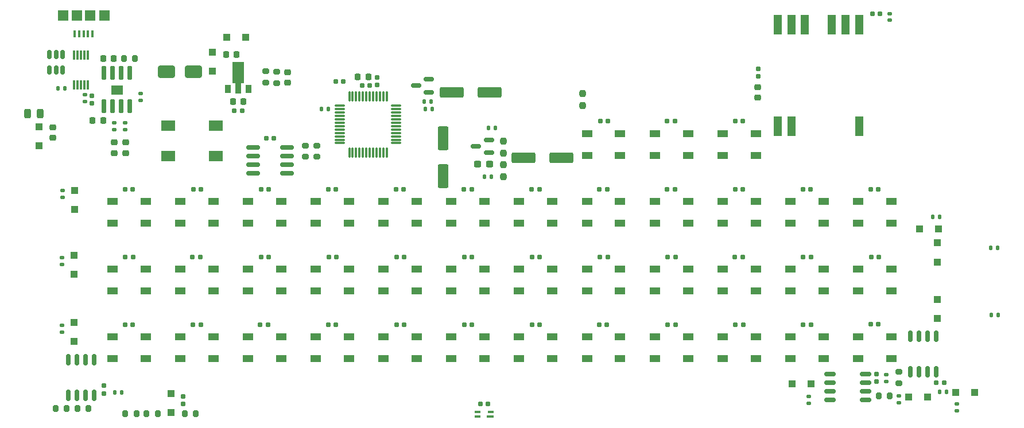
<source format=gtp>
G04 #@! TF.GenerationSoftware,KiCad,Pcbnew,7.0.1-3b83917a11~172~ubuntu22.04.1*
G04 #@! TF.CreationDate,2023-04-06T23:02:39-06:00*
G04 #@! TF.ProjectId,controller,636f6e74-726f-46c6-9c65-722e6b696361,rev?*
G04 #@! TF.SameCoordinates,Original*
G04 #@! TF.FileFunction,Paste,Top*
G04 #@! TF.FilePolarity,Positive*
%FSLAX46Y46*%
G04 Gerber Fmt 4.6, Leading zero omitted, Abs format (unit mm)*
G04 Created by KiCad (PCBNEW 7.0.1-3b83917a11~172~ubuntu22.04.1) date 2023-04-06 23:02:39*
%MOMM*%
%LPD*%
G01*
G04 APERTURE LIST*
G04 Aperture macros list*
%AMRoundRect*
0 Rectangle with rounded corners*
0 $1 Rounding radius*
0 $2 $3 $4 $5 $6 $7 $8 $9 X,Y pos of 4 corners*
0 Add a 4 corners polygon primitive as box body*
4,1,4,$2,$3,$4,$5,$6,$7,$8,$9,$2,$3,0*
0 Add four circle primitives for the rounded corners*
1,1,$1+$1,$2,$3*
1,1,$1+$1,$4,$5*
1,1,$1+$1,$6,$7*
1,1,$1+$1,$8,$9*
0 Add four rect primitives between the rounded corners*
20,1,$1+$1,$2,$3,$4,$5,0*
20,1,$1+$1,$4,$5,$6,$7,0*
20,1,$1+$1,$6,$7,$8,$9,0*
20,1,$1+$1,$8,$9,$2,$3,0*%
%AMFreePoly0*
4,1,9,3.862500,-0.866500,0.737500,-0.866500,0.737500,-0.450000,-0.737500,-0.450000,-0.737500,0.450000,0.737500,0.450000,0.737500,0.866500,3.862500,0.866500,3.862500,-0.866500,3.862500,-0.866500,$1*%
G04 Aperture macros list end*
%ADD10C,0.010000*%
%ADD11R,0.900000X0.350000*%
%ADD12R,1.000000X0.350000*%
%ADD13RoundRect,0.155000X-0.155000X0.212500X-0.155000X-0.212500X0.155000X-0.212500X0.155000X0.212500X0*%
%ADD14RoundRect,0.155000X0.155000X-0.212500X0.155000X0.212500X-0.155000X0.212500X-0.155000X-0.212500X0*%
%ADD15RoundRect,0.155000X-0.212500X-0.155000X0.212500X-0.155000X0.212500X0.155000X-0.212500X0.155000X0*%
%ADD16RoundRect,0.225000X0.225000X0.250000X-0.225000X0.250000X-0.225000X-0.250000X0.225000X-0.250000X0*%
%ADD17RoundRect,0.225000X-0.225000X-0.250000X0.225000X-0.250000X0.225000X0.250000X-0.225000X0.250000X0*%
%ADD18RoundRect,0.225000X0.250000X-0.225000X0.250000X0.225000X-0.250000X0.225000X-0.250000X-0.225000X0*%
%ADD19RoundRect,0.225000X-0.250000X0.225000X-0.250000X-0.225000X0.250000X-0.225000X0.250000X0.225000X0*%
%ADD20RoundRect,0.250000X0.300000X-0.300000X0.300000X0.300000X-0.300000X0.300000X-0.300000X-0.300000X0*%
%ADD21RoundRect,0.250000X0.300000X0.300000X-0.300000X0.300000X-0.300000X-0.300000X0.300000X-0.300000X0*%
%ADD22R,1.500000X1.000000*%
%ADD23RoundRect,0.250000X-0.300000X0.300000X-0.300000X-0.300000X0.300000X-0.300000X0.300000X0.300000X0*%
%ADD24RoundRect,0.218750X-0.256250X0.218750X-0.256250X-0.218750X0.256250X-0.218750X0.256250X0.218750X0*%
%ADD25RoundRect,0.150000X-0.150000X0.512500X-0.150000X-0.512500X0.150000X-0.512500X0.150000X0.512500X0*%
%ADD26RoundRect,0.147500X-0.172500X0.147500X-0.172500X-0.147500X0.172500X-0.147500X0.172500X0.147500X0*%
%ADD27RoundRect,0.200000X-0.200000X-0.275000X0.200000X-0.275000X0.200000X0.275000X-0.200000X0.275000X0*%
%ADD28RoundRect,0.135000X-0.185000X0.135000X-0.185000X-0.135000X0.185000X-0.135000X0.185000X0.135000X0*%
%ADD29RoundRect,0.135000X0.135000X0.185000X-0.135000X0.185000X-0.135000X-0.185000X0.135000X-0.185000X0*%
%ADD30RoundRect,0.200000X0.275000X-0.200000X0.275000X0.200000X-0.275000X0.200000X-0.275000X-0.200000X0*%
%ADD31RoundRect,0.200000X0.200000X0.275000X-0.200000X0.275000X-0.200000X-0.275000X0.200000X-0.275000X0*%
%ADD32RoundRect,0.135000X0.185000X-0.135000X0.185000X0.135000X-0.185000X0.135000X-0.185000X-0.135000X0*%
%ADD33R,2.000000X1.500000*%
%ADD34RoundRect,0.243750X0.243750X0.456250X-0.243750X0.456250X-0.243750X-0.456250X0.243750X-0.456250X0*%
%ADD35RoundRect,0.150000X-0.150000X0.675000X-0.150000X-0.675000X0.150000X-0.675000X0.150000X0.675000X0*%
%ADD36RoundRect,0.150000X-0.675000X-0.150000X0.675000X-0.150000X0.675000X0.150000X-0.675000X0.150000X0*%
%ADD37R,0.900000X1.300000*%
%ADD38FreePoly0,90.000000*%
%ADD39R,1.198880X2.999740*%
%ADD40RoundRect,0.250000X1.500000X0.550000X-1.500000X0.550000X-1.500000X-0.550000X1.500000X-0.550000X0*%
%ADD41RoundRect,0.250000X-0.550000X1.500000X-0.550000X-1.500000X0.550000X-1.500000X0.550000X1.500000X0*%
%ADD42RoundRect,0.155000X0.212500X0.155000X-0.212500X0.155000X-0.212500X-0.155000X0.212500X-0.155000X0*%
%ADD43RoundRect,0.237500X0.300000X0.237500X-0.300000X0.237500X-0.300000X-0.237500X0.300000X-0.237500X0*%
%ADD44RoundRect,0.150000X-0.825000X-0.150000X0.825000X-0.150000X0.825000X0.150000X-0.825000X0.150000X0*%
%ADD45R,0.320000X1.080000*%
%ADD46R,1.500000X1.550000*%
%ADD47RoundRect,0.135000X-0.135000X-0.185000X0.135000X-0.185000X0.135000X0.185000X-0.135000X0.185000X0*%
%ADD48RoundRect,0.075000X-0.075000X0.662500X-0.075000X-0.662500X0.075000X-0.662500X0.075000X0.662500X0*%
%ADD49RoundRect,0.075000X-0.662500X0.075000X-0.662500X-0.075000X0.662500X-0.075000X0.662500X0.075000X0*%
%ADD50RoundRect,0.237500X-0.237500X0.250000X-0.237500X-0.250000X0.237500X-0.250000X0.237500X0.250000X0*%
%ADD51RoundRect,0.200000X-0.275000X0.200000X-0.275000X-0.200000X0.275000X-0.200000X0.275000X0.200000X0*%
%ADD52RoundRect,0.042000X-0.258000X0.943000X-0.258000X-0.943000X0.258000X-0.943000X0.258000X0.943000X0*%
%ADD53R,0.300000X1.400000*%
%ADD54RoundRect,0.150000X0.587500X0.150000X-0.587500X0.150000X-0.587500X-0.150000X0.587500X-0.150000X0*%
%ADD55RoundRect,0.250000X-1.000000X-0.650000X1.000000X-0.650000X1.000000X0.650000X-1.000000X0.650000X0*%
%ADD56RoundRect,0.250000X-0.300000X-0.300000X0.300000X-0.300000X0.300000X0.300000X-0.300000X0.300000X0*%
G04 APERTURE END LIST*
G04 #@! TO.C,U7*
D10*
X49025000Y-102570000D02*
X47385000Y-102570000D01*
X47385000Y-101280000D01*
X49025000Y-101280000D01*
X49025000Y-102570000D01*
G36*
X49025000Y-102570000D02*
G01*
X47385000Y-102570000D01*
X47385000Y-101280000D01*
X49025000Y-101280000D01*
X49025000Y-102570000D01*
G37*
G04 #@! TD*
D11*
G04 #@! TO.C,U9*
X101428500Y-150178360D03*
D12*
X103278500Y-150178360D03*
D11*
X101428500Y-149478360D03*
X103328500Y-149478360D03*
G04 #@! TD*
D13*
G04 #@! TO.C,C1*
X44500000Y-102800000D03*
X44500000Y-103935000D03*
G04 #@! TD*
D14*
G04 #@! TO.C,C3*
X46300000Y-146767500D03*
X46300000Y-145632500D03*
G04 #@! TD*
D15*
G04 #@! TO.C,C5*
X169100000Y-145200000D03*
X170235000Y-145200000D03*
G04 #@! TD*
D13*
G04 #@! TO.C,C6*
X160300000Y-143865000D03*
X160300000Y-145000000D03*
G04 #@! TD*
D15*
G04 #@! TO.C,C7*
X70225000Y-109095000D03*
X71360000Y-109095000D03*
G04 #@! TD*
D16*
G04 #@! TO.C,C9*
X85300000Y-100000000D03*
X83750000Y-100000000D03*
G04 #@! TD*
D17*
G04 #@! TO.C,C11*
X64300000Y-96700000D03*
X65850000Y-96700000D03*
G04 #@! TD*
D18*
G04 #@! TO.C,C12*
X38800000Y-109000000D03*
X38800000Y-107450000D03*
G04 #@! TD*
D19*
G04 #@! TO.C,C13*
X73400000Y-99350000D03*
X73400000Y-100900000D03*
G04 #@! TD*
D17*
G04 #@! TO.C,C14*
X65350000Y-103700000D03*
X66900000Y-103700000D03*
G04 #@! TD*
D14*
G04 #@! TO.C,C15*
X142800000Y-99967500D03*
X142800000Y-98832500D03*
G04 #@! TD*
D18*
G04 #@! TO.C,C16*
X142700000Y-103075000D03*
X142700000Y-101525000D03*
G04 #@! TD*
D16*
G04 #@! TO.C,C17*
X47775000Y-97300000D03*
X46225000Y-97300000D03*
G04 #@! TD*
D17*
G04 #@! TO.C,C18*
X44650000Y-106500000D03*
X46200000Y-106500000D03*
G04 #@! TD*
D15*
G04 #@! TO.C,C19*
X159632500Y-90700000D03*
X160767500Y-90700000D03*
G04 #@! TD*
D20*
G04 #@! TO.C,D1*
X42000000Y-119600000D03*
X42000000Y-116800000D03*
G04 #@! TD*
G04 #@! TO.C,D2*
X56200000Y-149600000D03*
X56200000Y-146800000D03*
G04 #@! TD*
D21*
G04 #@! TO.C,D4*
X169400000Y-122500000D03*
X166600000Y-122500000D03*
G04 #@! TD*
D22*
G04 #@! TO.C,D5*
X52450000Y-121600000D03*
X52450000Y-118400000D03*
X47550000Y-118400000D03*
X47550000Y-121600000D03*
G04 #@! TD*
G04 #@! TO.C,D6*
X157550000Y-128400000D03*
X157550000Y-131600000D03*
X162450000Y-131600000D03*
X162450000Y-128400000D03*
G04 #@! TD*
G04 #@! TO.C,D7*
X52450000Y-141600000D03*
X52450000Y-138400000D03*
X47550000Y-138400000D03*
X47550000Y-141600000D03*
G04 #@! TD*
G04 #@! TO.C,D10*
X62450000Y-141600000D03*
X62450000Y-138400000D03*
X57550000Y-138400000D03*
X57550000Y-141600000D03*
G04 #@! TD*
G04 #@! TO.C,D11*
X72450000Y-121600000D03*
X72450000Y-118400000D03*
X67550000Y-118400000D03*
X67550000Y-121600000D03*
G04 #@! TD*
G04 #@! TO.C,D13*
X72450000Y-141600000D03*
X72450000Y-138400000D03*
X67550000Y-138400000D03*
X67550000Y-141600000D03*
G04 #@! TD*
G04 #@! TO.C,D17*
X92450000Y-121600000D03*
X92450000Y-118400000D03*
X87550000Y-118400000D03*
X87550000Y-121600000D03*
G04 #@! TD*
G04 #@! TO.C,D19*
X92450000Y-141600000D03*
X92450000Y-138400000D03*
X87550000Y-138400000D03*
X87550000Y-141600000D03*
G04 #@! TD*
G04 #@! TO.C,D20*
X102450000Y-121600000D03*
X102450000Y-118400000D03*
X97550000Y-118400000D03*
X97550000Y-121600000D03*
G04 #@! TD*
G04 #@! TO.C,D22*
X102450000Y-141600000D03*
X102450000Y-138400000D03*
X97550000Y-138400000D03*
X97550000Y-141600000D03*
G04 #@! TD*
G04 #@! TO.C,D23*
X112450000Y-121600000D03*
X112450000Y-118400000D03*
X107550000Y-118400000D03*
X107550000Y-121600000D03*
G04 #@! TD*
G04 #@! TO.C,D24*
X97550000Y-128400000D03*
X97550000Y-131600000D03*
X102450000Y-131600000D03*
X102450000Y-128400000D03*
G04 #@! TD*
G04 #@! TO.C,D25*
X112450000Y-141600000D03*
X112450000Y-138400000D03*
X107550000Y-138400000D03*
X107550000Y-141600000D03*
G04 #@! TD*
D23*
G04 #@! TO.C,D26*
X36700000Y-107400000D03*
X36700000Y-110200000D03*
G04 #@! TD*
D22*
G04 #@! TO.C,D27*
X122450000Y-121600000D03*
X122450000Y-118400000D03*
X117550000Y-118400000D03*
X117550000Y-121600000D03*
G04 #@! TD*
G04 #@! TO.C,D28*
X87550000Y-128400000D03*
X87550000Y-131600000D03*
X92450000Y-131600000D03*
X92450000Y-128400000D03*
G04 #@! TD*
G04 #@! TO.C,D29*
X122450000Y-141600000D03*
X122450000Y-138400000D03*
X117550000Y-138400000D03*
X117550000Y-141600000D03*
G04 #@! TD*
D23*
G04 #@! TO.C,D30*
X62300000Y-96400000D03*
X62300000Y-99200000D03*
G04 #@! TD*
D21*
G04 #@! TO.C,D31*
X67200000Y-94200000D03*
X64400000Y-94200000D03*
G04 #@! TD*
D22*
G04 #@! TO.C,D32*
X132450000Y-121600000D03*
X132450000Y-118400000D03*
X127550000Y-118400000D03*
X127550000Y-121600000D03*
G04 #@! TD*
G04 #@! TO.C,D33*
X77550000Y-128400000D03*
X77550000Y-131600000D03*
X82450000Y-131600000D03*
X82450000Y-128400000D03*
G04 #@! TD*
G04 #@! TO.C,D34*
X132450000Y-141600000D03*
X132450000Y-138400000D03*
X127550000Y-138400000D03*
X127550000Y-141600000D03*
G04 #@! TD*
D24*
G04 #@! TO.C,D35*
X47800000Y-109700000D03*
X47800000Y-111275000D03*
G04 #@! TD*
D22*
G04 #@! TO.C,D36*
X142450000Y-121600000D03*
X142450000Y-118400000D03*
X137550000Y-118400000D03*
X137550000Y-121600000D03*
G04 #@! TD*
G04 #@! TO.C,D38*
X142450000Y-141600000D03*
X142450000Y-138400000D03*
X137550000Y-138400000D03*
X137550000Y-141600000D03*
G04 #@! TD*
D24*
G04 #@! TO.C,D39*
X49500000Y-109712500D03*
X49500000Y-111287500D03*
G04 #@! TD*
D22*
G04 #@! TO.C,D40*
X152450000Y-121600000D03*
X152450000Y-118400000D03*
X147550000Y-118400000D03*
X147550000Y-121600000D03*
G04 #@! TD*
G04 #@! TO.C,D41*
X57550000Y-128400000D03*
X57550000Y-131600000D03*
X62450000Y-131600000D03*
X62450000Y-128400000D03*
G04 #@! TD*
G04 #@! TO.C,D42*
X152450000Y-141600000D03*
X152450000Y-138400000D03*
X147550000Y-138400000D03*
X147550000Y-141600000D03*
G04 #@! TD*
G04 #@! TO.C,D43*
X162450000Y-121600000D03*
X162450000Y-118400000D03*
X157550000Y-118400000D03*
X157550000Y-121600000D03*
G04 #@! TD*
G04 #@! TO.C,D44*
X47550000Y-128400000D03*
X47550000Y-131600000D03*
X52450000Y-131600000D03*
X52450000Y-128400000D03*
G04 #@! TD*
G04 #@! TO.C,D45*
X162450000Y-141600000D03*
X162450000Y-138400000D03*
X157550000Y-138400000D03*
X157550000Y-141600000D03*
G04 #@! TD*
D25*
G04 #@! TO.C,D46*
X40200000Y-96762500D03*
X39250000Y-96762500D03*
X38300000Y-96762500D03*
X38300000Y-99037500D03*
X39250000Y-99037500D03*
X40200000Y-99037500D03*
G04 #@! TD*
D26*
G04 #@! TO.C,L1*
X162200000Y-90715000D03*
X162200000Y-91685000D03*
G04 #@! TD*
D27*
G04 #@! TO.C,R1*
X42400000Y-149000000D03*
X44050000Y-149000000D03*
G04 #@! TD*
D28*
G04 #@! TO.C,R3*
X40200000Y-116790000D03*
X40200000Y-117810000D03*
G04 #@! TD*
G04 #@! TO.C,R4*
X40100000Y-126700000D03*
X40100000Y-127720000D03*
G04 #@! TD*
G04 #@! TO.C,R5*
X40100000Y-136680000D03*
X40100000Y-137700000D03*
G04 #@! TD*
D29*
G04 #@! TO.C,R6*
X48910000Y-146600000D03*
X47890000Y-146600000D03*
G04 #@! TD*
D30*
G04 #@! TO.C,R7*
X163600000Y-145225000D03*
X163600000Y-143575000D03*
G04 #@! TD*
D27*
G04 #@! TO.C,R8*
X52575000Y-149700000D03*
X54225000Y-149700000D03*
G04 #@! TD*
D31*
G04 #@! TO.C,R9*
X51125000Y-149700000D03*
X49475000Y-149700000D03*
G04 #@! TD*
D29*
G04 #@! TO.C,R10*
X170610000Y-146500000D03*
X169590000Y-146500000D03*
G04 #@! TD*
G04 #@! TO.C,R12*
X94710000Y-104800000D03*
X93690000Y-104800000D03*
G04 #@! TD*
D28*
G04 #@! TO.C,R13*
X161700000Y-143990000D03*
X161700000Y-145010000D03*
G04 #@! TD*
D30*
G04 #@! TO.C,R14*
X70200000Y-100850000D03*
X70200000Y-99200000D03*
G04 #@! TD*
D28*
G04 #@! TO.C,R19*
X163600000Y-147100000D03*
X163600000Y-148120000D03*
G04 #@! TD*
G04 #@! TO.C,R20*
X150300000Y-147190000D03*
X150300000Y-148210000D03*
G04 #@! TD*
D27*
G04 #@! TO.C,R25*
X160600000Y-147100000D03*
X162250000Y-147100000D03*
G04 #@! TD*
D32*
G04 #@! TO.C,R31*
X47800000Y-107810000D03*
X47800000Y-106790000D03*
G04 #@! TD*
G04 #@! TO.C,R32*
X49400000Y-107835000D03*
X49400000Y-106815000D03*
G04 #@! TD*
D27*
G04 #@! TO.C,R33*
X49250000Y-97300000D03*
X50900000Y-97300000D03*
G04 #@! TD*
D33*
G04 #@! TO.C,SW10*
X55800000Y-107250000D03*
X62800000Y-107250000D03*
X55800000Y-111750000D03*
X62800000Y-111750000D03*
G04 #@! TD*
D34*
G04 #@! TO.C,TH1*
X36937500Y-105500000D03*
X35062500Y-105500000D03*
G04 #@! TD*
D35*
G04 #@! TO.C,U1*
X44900000Y-141750000D03*
X43630000Y-141750000D03*
X42360000Y-141750000D03*
X41090000Y-141750000D03*
X41090000Y-147000000D03*
X42360000Y-147000000D03*
X43630000Y-147000000D03*
X44900000Y-147000000D03*
G04 #@! TD*
G04 #@! TO.C,U3*
X169105000Y-138275000D03*
X167835000Y-138275000D03*
X166565000Y-138275000D03*
X165295000Y-138275000D03*
X165295000Y-143525000D03*
X166565000Y-143525000D03*
X167835000Y-143525000D03*
X169105000Y-143525000D03*
G04 #@! TD*
D36*
G04 #@! TO.C,U4*
X153400000Y-143895000D03*
X153400000Y-145165000D03*
X153400000Y-146435000D03*
X153400000Y-147705000D03*
X158650000Y-147705000D03*
X158650000Y-146435000D03*
X158650000Y-145165000D03*
X158650000Y-143895000D03*
G04 #@! TD*
D37*
G04 #@! TO.C,U5*
X64600000Y-101787500D03*
D38*
X66100000Y-101700000D03*
D37*
X67600000Y-101787500D03*
G04 #@! TD*
D39*
G04 #@! TO.C,U6*
X157699480Y-92301920D03*
X155697960Y-92301920D03*
X153698980Y-92301920D03*
X149701020Y-92301920D03*
X147702040Y-92301920D03*
X145700520Y-92301920D03*
X145700520Y-107298080D03*
X147702040Y-107298080D03*
X157699480Y-107298080D03*
G04 #@! TD*
D22*
G04 #@! TO.C,D47*
X142450000Y-111600000D03*
X142450000Y-108400000D03*
X137550000Y-108400000D03*
X137550000Y-111600000D03*
G04 #@! TD*
G04 #@! TO.C,D48*
X132450000Y-111600000D03*
X132450000Y-108400000D03*
X127550000Y-108400000D03*
X127550000Y-111600000D03*
G04 #@! TD*
G04 #@! TO.C,D49*
X122450000Y-111600000D03*
X122450000Y-108400000D03*
X117550000Y-108400000D03*
X117550000Y-111600000D03*
G04 #@! TD*
G04 #@! TO.C,D8*
X62450000Y-121600000D03*
X62450000Y-118400000D03*
X57550000Y-118400000D03*
X57550000Y-121600000D03*
G04 #@! TD*
G04 #@! TO.C,D14*
X82450000Y-121600000D03*
X82450000Y-118400000D03*
X77550000Y-118400000D03*
X77550000Y-121600000D03*
G04 #@! TD*
G04 #@! TO.C,D16*
X82450000Y-141600000D03*
X82450000Y-138400000D03*
X77550000Y-138400000D03*
X77550000Y-141600000D03*
G04 #@! TD*
G04 #@! TO.C,D37*
X67550000Y-128400000D03*
X67550000Y-131600000D03*
X72450000Y-131600000D03*
X72450000Y-128400000D03*
G04 #@! TD*
G04 #@! TO.C,D12*
X137550000Y-128400000D03*
X137550000Y-131600000D03*
X142450000Y-131600000D03*
X142450000Y-128400000D03*
G04 #@! TD*
G04 #@! TO.C,D21*
X107550000Y-128400000D03*
X107550000Y-131600000D03*
X112450000Y-131600000D03*
X112450000Y-128400000D03*
G04 #@! TD*
G04 #@! TO.C,D18*
X117550000Y-128400000D03*
X117550000Y-131600000D03*
X122450000Y-131600000D03*
X122450000Y-128400000D03*
G04 #@! TD*
G04 #@! TO.C,D9*
X147550000Y-128400000D03*
X147550000Y-131600000D03*
X152450000Y-131600000D03*
X152450000Y-128400000D03*
G04 #@! TD*
G04 #@! TO.C,D15*
X127550000Y-128400000D03*
X127550000Y-131600000D03*
X132450000Y-131600000D03*
X132450000Y-128400000D03*
G04 #@! TD*
D40*
G04 #@! TO.C,C21*
X113800000Y-112000000D03*
X108200000Y-112000000D03*
G04 #@! TD*
D41*
G04 #@! TO.C,C22*
X96337500Y-109100000D03*
X96337500Y-114700000D03*
G04 #@! TD*
D42*
G04 #@! TO.C,C23*
X85500000Y-101300000D03*
X84365000Y-101300000D03*
G04 #@! TD*
D43*
G04 #@! TO.C,C24*
X103162500Y-112900000D03*
X101437500Y-112900000D03*
G04 #@! TD*
D44*
G04 #@! TO.C,U2*
X68350000Y-110490000D03*
X68350000Y-111760000D03*
X68350000Y-113030000D03*
X68350000Y-114300000D03*
X73300000Y-114300000D03*
X73300000Y-113030000D03*
X73300000Y-111760000D03*
X73300000Y-110490000D03*
G04 #@! TD*
D45*
G04 #@! TO.C,J4*
X44600000Y-93675000D03*
X43950000Y-93675000D03*
X43300000Y-93675000D03*
X42650000Y-93675000D03*
X42000000Y-93675000D03*
D46*
X44300000Y-91000000D03*
X42300000Y-91000000D03*
X46350000Y-91000000D03*
X40250000Y-91000000D03*
G04 #@! TD*
D13*
G04 #@! TO.C,C10*
X58000000Y-147165000D03*
X58000000Y-148300000D03*
G04 #@! TD*
D42*
G04 #@! TO.C,C25*
X66667500Y-105000000D03*
X65532500Y-105000000D03*
G04 #@! TD*
D27*
G04 #@! TO.C,R2*
X58200000Y-149700000D03*
X59850000Y-149700000D03*
G04 #@! TD*
D29*
G04 #@! TO.C,R15*
X40510000Y-101700000D03*
X39490000Y-101700000D03*
G04 #@! TD*
D27*
G04 #@! TO.C,R35*
X39175000Y-149000000D03*
X40825000Y-149000000D03*
G04 #@! TD*
D42*
G04 #@! TO.C,C61*
X100535000Y-116600000D03*
X99400000Y-116600000D03*
G04 #@! TD*
G04 #@! TO.C,C62*
X140535000Y-106600000D03*
X139400000Y-106600000D03*
G04 #@! TD*
G04 #@! TO.C,C36*
X110600000Y-136600000D03*
X109465000Y-136600000D03*
G04 #@! TD*
G04 #@! TO.C,C26*
X81635000Y-100700000D03*
X80500000Y-100700000D03*
G04 #@! TD*
D15*
G04 #@! TO.C,C32*
X129465000Y-126600000D03*
X130600000Y-126600000D03*
G04 #@! TD*
D47*
G04 #@! TO.C,R21*
X93580000Y-103700000D03*
X94600000Y-103700000D03*
G04 #@! TD*
D48*
G04 #@! TO.C,U8*
X88000000Y-102900000D03*
X87500000Y-102900000D03*
X87000000Y-102900000D03*
X86500000Y-102900000D03*
X86000000Y-102900000D03*
X85500000Y-102900000D03*
X85000000Y-102900000D03*
X84500000Y-102900000D03*
X84000000Y-102900000D03*
X83500000Y-102900000D03*
X83000000Y-102900000D03*
X82500000Y-102900000D03*
D49*
X81087500Y-104312500D03*
X81087500Y-104812500D03*
X81087500Y-105312500D03*
X81087500Y-105812500D03*
X81087500Y-106312500D03*
X81087500Y-106812500D03*
X81087500Y-107312500D03*
X81087500Y-107812500D03*
X81087500Y-108312500D03*
X81087500Y-108812500D03*
X81087500Y-109312500D03*
X81087500Y-109812500D03*
D48*
X82500000Y-111225000D03*
X83000000Y-111225000D03*
X83500000Y-111225000D03*
X84000000Y-111225000D03*
X84500000Y-111225000D03*
X85000000Y-111225000D03*
X85500000Y-111225000D03*
X86000000Y-111225000D03*
X86500000Y-111225000D03*
X87000000Y-111225000D03*
X87500000Y-111225000D03*
X88000000Y-111225000D03*
D49*
X89412500Y-109812500D03*
X89412500Y-109312500D03*
X89412500Y-108812500D03*
X89412500Y-108312500D03*
X89412500Y-107812500D03*
X89412500Y-107312500D03*
X89412500Y-106812500D03*
X89412500Y-106312500D03*
X89412500Y-105812500D03*
X89412500Y-105312500D03*
X89412500Y-104812500D03*
X89412500Y-104312500D03*
G04 #@! TD*
D47*
G04 #@! TO.C,R38*
X78380000Y-104800000D03*
X79400000Y-104800000D03*
G04 #@! TD*
D42*
G04 #@! TO.C,C67*
X110535000Y-116600000D03*
X109400000Y-116600000D03*
G04 #@! TD*
D50*
G04 #@! TO.C,R42*
X116900000Y-102475000D03*
X116900000Y-104300000D03*
G04 #@! TD*
D29*
G04 #@! TO.C,R46*
X104060000Y-107600000D03*
X103040000Y-107600000D03*
G04 #@! TD*
D42*
G04 #@! TO.C,C41*
X160535000Y-136500000D03*
X159400000Y-136500000D03*
G04 #@! TD*
D15*
G04 #@! TO.C,C44*
X69465000Y-126600000D03*
X70600000Y-126600000D03*
G04 #@! TD*
D20*
G04 #@! TO.C,D54*
X169200000Y-127350000D03*
X169200000Y-124550000D03*
G04 #@! TD*
D15*
G04 #@! TO.C,C51*
X59365000Y-126600000D03*
X60500000Y-126600000D03*
G04 #@! TD*
D51*
G04 #@! TO.C,R40*
X76000000Y-110175000D03*
X76000000Y-111825000D03*
G04 #@! TD*
D42*
G04 #@! TO.C,C48*
X120635000Y-106600000D03*
X119500000Y-106600000D03*
G04 #@! TD*
G04 #@! TO.C,C42*
X70500000Y-136600000D03*
X69365000Y-136600000D03*
G04 #@! TD*
D28*
G04 #@! TO.C,R39*
X43500000Y-102700000D03*
X43500000Y-103720000D03*
G04 #@! TD*
D42*
G04 #@! TO.C,C60*
X120535000Y-116600000D03*
X119400000Y-116600000D03*
G04 #@! TD*
D14*
G04 #@! TO.C,C27*
X86600000Y-101235000D03*
X86600000Y-100100000D03*
G04 #@! TD*
D42*
G04 #@! TO.C,C64*
X150600000Y-136600000D03*
X149465000Y-136600000D03*
G04 #@! TD*
G04 #@! TO.C,C53*
X130535000Y-116600000D03*
X129400000Y-116600000D03*
G04 #@! TD*
G04 #@! TO.C,C59*
X150535000Y-116600000D03*
X149400000Y-116600000D03*
G04 #@! TD*
G04 #@! TO.C,C50*
X130600000Y-136600000D03*
X129465000Y-136600000D03*
G04 #@! TD*
G04 #@! TO.C,C46*
X160535000Y-116600000D03*
X159400000Y-116600000D03*
G04 #@! TD*
D52*
G04 #@! TO.C,U7*
X50110000Y-99450000D03*
X48840000Y-99450000D03*
X47570000Y-99450000D03*
X46300000Y-99450000D03*
X46300000Y-104400000D03*
X47570000Y-104400000D03*
X48840000Y-104400000D03*
X50110000Y-104400000D03*
G04 #@! TD*
D53*
G04 #@! TO.C,U10*
X43900000Y-96800000D03*
X43400000Y-96800000D03*
X42900000Y-96800000D03*
X42400000Y-96800000D03*
X41900000Y-96800000D03*
X41900000Y-101200000D03*
X42400000Y-101200000D03*
X42900000Y-101200000D03*
X43400000Y-101200000D03*
X43900000Y-101200000D03*
G04 #@! TD*
D15*
G04 #@! TO.C,C20*
X101832500Y-148300000D03*
X102967500Y-148300000D03*
G04 #@! TD*
D42*
G04 #@! TO.C,C63*
X100600000Y-136600000D03*
X99465000Y-136600000D03*
G04 #@! TD*
D40*
G04 #@! TO.C,C28*
X103200000Y-102300000D03*
X97600000Y-102300000D03*
G04 #@! TD*
D15*
G04 #@! TO.C,C39*
X139365000Y-126600000D03*
X140500000Y-126600000D03*
G04 #@! TD*
G04 #@! TO.C,C58*
X49465000Y-126600000D03*
X50600000Y-126600000D03*
G04 #@! TD*
D42*
G04 #@! TO.C,C65*
X50535000Y-136600000D03*
X49400000Y-136600000D03*
G04 #@! TD*
D47*
G04 #@! TO.C,R17*
X177090000Y-125300000D03*
X178110000Y-125300000D03*
G04 #@! TD*
D42*
G04 #@! TO.C,C35*
X60600000Y-136600000D03*
X59465000Y-136600000D03*
G04 #@! TD*
D54*
G04 #@! TO.C,Q1*
X103075000Y-111250000D03*
X103075000Y-109350000D03*
X101200000Y-110300000D03*
G04 #@! TD*
D42*
G04 #@! TO.C,C33*
X60635000Y-116600000D03*
X59500000Y-116600000D03*
G04 #@! TD*
G04 #@! TO.C,C40*
X70635000Y-116600000D03*
X69500000Y-116600000D03*
G04 #@! TD*
G04 #@! TO.C,C49*
X80500000Y-136600000D03*
X79365000Y-136600000D03*
G04 #@! TD*
D30*
G04 #@! TO.C,R22*
X71800000Y-100950000D03*
X71800000Y-99300000D03*
G04 #@! TD*
D15*
G04 #@! TO.C,C31*
X109465000Y-126600000D03*
X110600000Y-126600000D03*
G04 #@! TD*
D42*
G04 #@! TO.C,C47*
X80535000Y-116600000D03*
X79400000Y-116600000D03*
G04 #@! TD*
G04 #@! TO.C,C57*
X140600000Y-136600000D03*
X139465000Y-136600000D03*
G04 #@! TD*
D15*
G04 #@! TO.C,C29*
X79465000Y-126600000D03*
X80600000Y-126600000D03*
G04 #@! TD*
D28*
G04 #@! TO.C,R16*
X172100000Y-148280000D03*
X172100000Y-149300000D03*
G04 #@! TD*
G04 #@! TO.C,R36*
X51700000Y-102465000D03*
X51700000Y-103485000D03*
G04 #@! TD*
D23*
G04 #@! TO.C,D55*
X169200000Y-132850000D03*
X169200000Y-135650000D03*
G04 #@! TD*
D42*
G04 #@! TO.C,C43*
X120500000Y-136600000D03*
X119365000Y-136600000D03*
G04 #@! TD*
D55*
G04 #@! TO.C,D52*
X55500000Y-99300000D03*
X59500000Y-99300000D03*
G04 #@! TD*
D54*
G04 #@! TO.C,Q2*
X94200000Y-102300000D03*
X94200000Y-100400000D03*
X92325000Y-101350000D03*
G04 #@! TD*
D42*
G04 #@! TO.C,C55*
X130535000Y-106600000D03*
X129400000Y-106600000D03*
G04 #@! TD*
D50*
G04 #@! TO.C,R44*
X105237500Y-112975000D03*
X105237500Y-114800000D03*
G04 #@! TD*
D15*
G04 #@! TO.C,C38*
X119465000Y-126600000D03*
X120600000Y-126600000D03*
G04 #@! TD*
D42*
G04 #@! TO.C,C56*
X90600000Y-136600000D03*
X89465000Y-136600000D03*
G04 #@! TD*
D20*
G04 #@! TO.C,D50*
X41900000Y-129200000D03*
X41900000Y-126400000D03*
G04 #@! TD*
D42*
G04 #@! TO.C,C54*
X90535000Y-116600000D03*
X89400000Y-116600000D03*
G04 #@! TD*
D50*
G04 #@! TO.C,R43*
X105237500Y-109487500D03*
X105237500Y-111312500D03*
G04 #@! TD*
D29*
G04 #@! TO.C,R23*
X103420000Y-114800000D03*
X102400000Y-114800000D03*
G04 #@! TD*
D20*
G04 #@! TO.C,D51*
X41900000Y-139100000D03*
X41900000Y-136300000D03*
G04 #@! TD*
D15*
G04 #@! TO.C,C30*
X89465000Y-126600000D03*
X90600000Y-126600000D03*
G04 #@! TD*
D47*
G04 #@! TO.C,R11*
X168590000Y-120700000D03*
X169610000Y-120700000D03*
G04 #@! TD*
D56*
G04 #@! TO.C,D57*
X147850000Y-145300000D03*
X150650000Y-145300000D03*
G04 #@! TD*
D51*
G04 #@! TO.C,R41*
X77700000Y-110175000D03*
X77700000Y-111825000D03*
G04 #@! TD*
D15*
G04 #@! TO.C,C45*
X149465000Y-126600000D03*
X150600000Y-126600000D03*
G04 #@! TD*
G04 #@! TO.C,C52*
X159465000Y-126600000D03*
X160600000Y-126600000D03*
G04 #@! TD*
D21*
G04 #@! TO.C,D56*
X167800000Y-147300000D03*
X165000000Y-147300000D03*
G04 #@! TD*
D47*
G04 #@! TO.C,R18*
X177190000Y-135200000D03*
X178210000Y-135200000D03*
G04 #@! TD*
D15*
G04 #@! TO.C,C37*
X99465000Y-126600000D03*
X100600000Y-126600000D03*
G04 #@! TD*
D42*
G04 #@! TO.C,C34*
X50535000Y-116600000D03*
X49400000Y-116600000D03*
G04 #@! TD*
D21*
G04 #@! TO.C,D53*
X174750000Y-146600000D03*
X171950000Y-146600000D03*
G04 #@! TD*
D42*
G04 #@! TO.C,C66*
X140535000Y-116600000D03*
X139400000Y-116600000D03*
G04 #@! TD*
M02*

</source>
